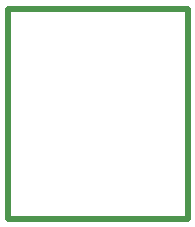
<source format=gko>
G04*
G04 #@! TF.GenerationSoftware,Altium Limited,Altium Designer,23.1.1 (15)*
G04*
G04 Layer_Color=16711935*
%FSLAX44Y44*%
%MOMM*%
G71*
G04*
G04 #@! TF.SameCoordinates,D4A6E2A1-82A2-41B1-AD13-0731C62F89D9*
G04*
G04*
G04 #@! TF.FilePolarity,Positive*
G04*
G01*
G75*
%ADD21C,0.5080*%
D21*
X0Y0D02*
Y177800D01*
X152400D01*
Y0D02*
Y177800D01*
X0Y0D02*
X152400D01*
M02*

</source>
